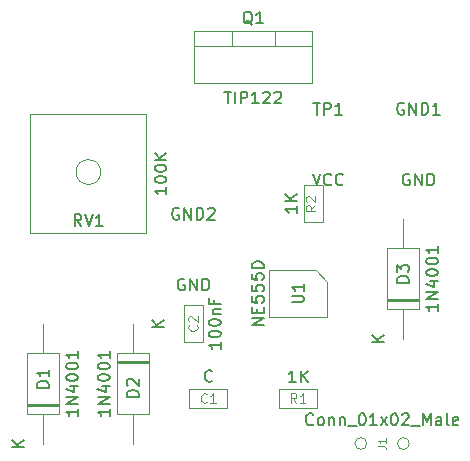
<source format=gbr>
%TF.GenerationSoftware,KiCad,Pcbnew,(5.1.9)-1*%
%TF.CreationDate,2021-03-24T11:57:43+05:30*%
%TF.ProjectId,dcmo,64636d6f-2e6b-4696-9361-645f70636258,rev?*%
%TF.SameCoordinates,Original*%
%TF.FileFunction,Other,Fab,Top*%
%FSLAX46Y46*%
G04 Gerber Fmt 4.6, Leading zero omitted, Abs format (unit mm)*
G04 Created by KiCad (PCBNEW (5.1.9)-1) date 2021-03-24 11:57:43*
%MOMM*%
%LPD*%
G01*
G04 APERTURE LIST*
%ADD10C,0.100000*%
%ADD11C,0.150000*%
%ADD12C,0.120000*%
G04 APERTURE END LIST*
D10*
%TO.C,U1*%
X143715000Y-97110000D02*
X144690000Y-98085000D01*
X139790000Y-97110000D02*
X143715000Y-97110000D01*
X139790000Y-101010000D02*
X139790000Y-97110000D01*
X144690000Y-101010000D02*
X139790000Y-101010000D01*
X144690000Y-98085000D02*
X144690000Y-101010000D01*
%TO.C,RV1*%
X125510000Y-88775000D02*
G75*
G03*
X125510000Y-88775000I-1050000J0D01*
G01*
X119560000Y-93900000D02*
X129360000Y-93900000D01*
X129360000Y-93900000D02*
X129360000Y-83900000D01*
X129360000Y-83900000D02*
X119560000Y-83900000D01*
X119560000Y-83900000D02*
X119560000Y-93900000D01*
%TO.C,R2*%
X142710000Y-89840000D02*
X144310000Y-89840000D01*
X144310000Y-89840000D02*
X144310000Y-93040000D01*
X144310000Y-93040000D02*
X142710000Y-93040000D01*
X142710000Y-93040000D02*
X142710000Y-89840000D01*
%TO.C,R1*%
X143840000Y-107150000D02*
X143840000Y-108750000D01*
X143840000Y-108750000D02*
X140640000Y-108750000D01*
X140640000Y-108750000D02*
X140640000Y-107150000D01*
X140640000Y-107150000D02*
X143840000Y-107150000D01*
%TO.C,Q1*%
X133430000Y-76860000D02*
X133430000Y-81260000D01*
X133430000Y-81260000D02*
X143430000Y-81260000D01*
X143430000Y-81260000D02*
X143430000Y-76860000D01*
X143430000Y-76860000D02*
X133430000Y-76860000D01*
X133430000Y-78130000D02*
X143430000Y-78130000D01*
X136580000Y-76860000D02*
X136580000Y-78130000D01*
X140280000Y-76860000D02*
X140280000Y-78130000D01*
%TO.C,J1*%
X151630000Y-111760000D02*
G75*
G03*
X151630000Y-111760000I-500000J0D01*
G01*
X148030000Y-111760000D02*
G75*
G03*
X148030000Y-111760000I-500000J0D01*
G01*
%TO.C,D3*%
X149780000Y-100390000D02*
X152480000Y-100390000D01*
X152480000Y-100390000D02*
X152480000Y-95190000D01*
X152480000Y-95190000D02*
X149780000Y-95190000D01*
X149780000Y-95190000D02*
X149780000Y-100390000D01*
X151130000Y-102870000D02*
X151130000Y-100390000D01*
X151130000Y-92710000D02*
X151130000Y-95190000D01*
X149780000Y-99610000D02*
X152480000Y-99610000D01*
X149780000Y-99510000D02*
X152480000Y-99510000D01*
X149780000Y-99710000D02*
X152480000Y-99710000D01*
%TO.C,D2*%
X129620000Y-104080000D02*
X126920000Y-104080000D01*
X126920000Y-104080000D02*
X126920000Y-109280000D01*
X126920000Y-109280000D02*
X129620000Y-109280000D01*
X129620000Y-109280000D02*
X129620000Y-104080000D01*
X128270000Y-101600000D02*
X128270000Y-104080000D01*
X128270000Y-111760000D02*
X128270000Y-109280000D01*
X129620000Y-104860000D02*
X126920000Y-104860000D01*
X129620000Y-104960000D02*
X126920000Y-104960000D01*
X129620000Y-104760000D02*
X126920000Y-104760000D01*
%TO.C,D1*%
X119300000Y-109280000D02*
X122000000Y-109280000D01*
X122000000Y-109280000D02*
X122000000Y-104080000D01*
X122000000Y-104080000D02*
X119300000Y-104080000D01*
X119300000Y-104080000D02*
X119300000Y-109280000D01*
X120650000Y-111760000D02*
X120650000Y-109280000D01*
X120650000Y-101600000D02*
X120650000Y-104080000D01*
X119300000Y-108500000D02*
X122000000Y-108500000D01*
X119300000Y-108400000D02*
X122000000Y-108400000D01*
X119300000Y-108600000D02*
X122000000Y-108600000D01*
%TO.C,C2*%
X134150000Y-103200000D02*
X132550000Y-103200000D01*
X132550000Y-103200000D02*
X132550000Y-100000000D01*
X132550000Y-100000000D02*
X134150000Y-100000000D01*
X134150000Y-100000000D02*
X134150000Y-103200000D01*
%TO.C,C1*%
X136220000Y-107150000D02*
X136220000Y-108750000D01*
X136220000Y-108750000D02*
X133020000Y-108750000D01*
X133020000Y-108750000D02*
X133020000Y-107150000D01*
X133020000Y-107150000D02*
X136220000Y-107150000D01*
%TD*%
%TO.C,U1*%
D11*
X139292380Y-101726666D02*
X138292380Y-101726666D01*
X139292380Y-101155238D01*
X138292380Y-101155238D01*
X138768571Y-100679047D02*
X138768571Y-100345714D01*
X139292380Y-100202857D02*
X139292380Y-100679047D01*
X138292380Y-100679047D01*
X138292380Y-100202857D01*
X138292380Y-99298095D02*
X138292380Y-99774285D01*
X138768571Y-99821904D01*
X138720952Y-99774285D01*
X138673333Y-99679047D01*
X138673333Y-99440952D01*
X138720952Y-99345714D01*
X138768571Y-99298095D01*
X138863809Y-99250476D01*
X139101904Y-99250476D01*
X139197142Y-99298095D01*
X139244761Y-99345714D01*
X139292380Y-99440952D01*
X139292380Y-99679047D01*
X139244761Y-99774285D01*
X139197142Y-99821904D01*
X138292380Y-98345714D02*
X138292380Y-98821904D01*
X138768571Y-98869523D01*
X138720952Y-98821904D01*
X138673333Y-98726666D01*
X138673333Y-98488571D01*
X138720952Y-98393333D01*
X138768571Y-98345714D01*
X138863809Y-98298095D01*
X139101904Y-98298095D01*
X139197142Y-98345714D01*
X139244761Y-98393333D01*
X139292380Y-98488571D01*
X139292380Y-98726666D01*
X139244761Y-98821904D01*
X139197142Y-98869523D01*
X138292380Y-97393333D02*
X138292380Y-97869523D01*
X138768571Y-97917142D01*
X138720952Y-97869523D01*
X138673333Y-97774285D01*
X138673333Y-97536190D01*
X138720952Y-97440952D01*
X138768571Y-97393333D01*
X138863809Y-97345714D01*
X139101904Y-97345714D01*
X139197142Y-97393333D01*
X139244761Y-97440952D01*
X139292380Y-97536190D01*
X139292380Y-97774285D01*
X139244761Y-97869523D01*
X139197142Y-97917142D01*
X139292380Y-96917142D02*
X138292380Y-96917142D01*
X138292380Y-96679047D01*
X138340000Y-96536190D01*
X138435238Y-96440952D01*
X138530476Y-96393333D01*
X138720952Y-96345714D01*
X138863809Y-96345714D01*
X139054285Y-96393333D01*
X139149523Y-96440952D01*
X139244761Y-96536190D01*
X139292380Y-96679047D01*
X139292380Y-96917142D01*
X141703333Y-99806666D02*
X142496666Y-99806666D01*
X142590000Y-99760000D01*
X142636666Y-99713333D01*
X142683333Y-99620000D01*
X142683333Y-99433333D01*
X142636666Y-99340000D01*
X142590000Y-99293333D01*
X142496666Y-99246666D01*
X141703333Y-99246666D01*
X142683333Y-98266666D02*
X142683333Y-98826666D01*
X142683333Y-98546666D02*
X141703333Y-98546666D01*
X141843333Y-98640000D01*
X141936666Y-98733333D01*
X141983333Y-98826666D01*
%TO.C,TP1*%
X143446666Y-88912380D02*
X143780000Y-89912380D01*
X144113333Y-88912380D01*
X145018095Y-89817142D02*
X144970476Y-89864761D01*
X144827619Y-89912380D01*
X144732380Y-89912380D01*
X144589523Y-89864761D01*
X144494285Y-89769523D01*
X144446666Y-89674285D01*
X144399047Y-89483809D01*
X144399047Y-89340952D01*
X144446666Y-89150476D01*
X144494285Y-89055238D01*
X144589523Y-88960000D01*
X144732380Y-88912380D01*
X144827619Y-88912380D01*
X144970476Y-88960000D01*
X145018095Y-89007619D01*
X146018095Y-89817142D02*
X145970476Y-89864761D01*
X145827619Y-89912380D01*
X145732380Y-89912380D01*
X145589523Y-89864761D01*
X145494285Y-89769523D01*
X145446666Y-89674285D01*
X145399047Y-89483809D01*
X145399047Y-89340952D01*
X145446666Y-89150476D01*
X145494285Y-89055238D01*
X145589523Y-88960000D01*
X145732380Y-88912380D01*
X145827619Y-88912380D01*
X145970476Y-88960000D01*
X146018095Y-89007619D01*
X143518095Y-82912380D02*
X144089523Y-82912380D01*
X143803809Y-83912380D02*
X143803809Y-82912380D01*
X144422857Y-83912380D02*
X144422857Y-82912380D01*
X144803809Y-82912380D01*
X144899047Y-82960000D01*
X144946666Y-83007619D01*
X144994285Y-83102857D01*
X144994285Y-83245714D01*
X144946666Y-83340952D01*
X144899047Y-83388571D01*
X144803809Y-83436190D01*
X144422857Y-83436190D01*
X145946666Y-83912380D02*
X145375238Y-83912380D01*
X145660952Y-83912380D02*
X145660952Y-82912380D01*
X145565714Y-83055238D01*
X145470476Y-83150476D01*
X145375238Y-83198095D01*
%TO.C,RV1*%
X131062380Y-90066666D02*
X131062380Y-90638095D01*
X131062380Y-90352380D02*
X130062380Y-90352380D01*
X130205238Y-90447619D01*
X130300476Y-90542857D01*
X130348095Y-90638095D01*
X130062380Y-89447619D02*
X130062380Y-89352380D01*
X130110000Y-89257142D01*
X130157619Y-89209523D01*
X130252857Y-89161904D01*
X130443333Y-89114285D01*
X130681428Y-89114285D01*
X130871904Y-89161904D01*
X130967142Y-89209523D01*
X131014761Y-89257142D01*
X131062380Y-89352380D01*
X131062380Y-89447619D01*
X131014761Y-89542857D01*
X130967142Y-89590476D01*
X130871904Y-89638095D01*
X130681428Y-89685714D01*
X130443333Y-89685714D01*
X130252857Y-89638095D01*
X130157619Y-89590476D01*
X130110000Y-89542857D01*
X130062380Y-89447619D01*
X130062380Y-88495238D02*
X130062380Y-88400000D01*
X130110000Y-88304761D01*
X130157619Y-88257142D01*
X130252857Y-88209523D01*
X130443333Y-88161904D01*
X130681428Y-88161904D01*
X130871904Y-88209523D01*
X130967142Y-88257142D01*
X131014761Y-88304761D01*
X131062380Y-88400000D01*
X131062380Y-88495238D01*
X131014761Y-88590476D01*
X130967142Y-88638095D01*
X130871904Y-88685714D01*
X130681428Y-88733333D01*
X130443333Y-88733333D01*
X130252857Y-88685714D01*
X130157619Y-88638095D01*
X130110000Y-88590476D01*
X130062380Y-88495238D01*
X131062380Y-87733333D02*
X130062380Y-87733333D01*
X131062380Y-87161904D02*
X130490952Y-87590476D01*
X130062380Y-87161904D02*
X130633809Y-87733333D01*
X123864761Y-93352380D02*
X123531428Y-92876190D01*
X123293333Y-93352380D02*
X123293333Y-92352380D01*
X123674285Y-92352380D01*
X123769523Y-92400000D01*
X123817142Y-92447619D01*
X123864761Y-92542857D01*
X123864761Y-92685714D01*
X123817142Y-92780952D01*
X123769523Y-92828571D01*
X123674285Y-92876190D01*
X123293333Y-92876190D01*
X124150476Y-92352380D02*
X124483809Y-93352380D01*
X124817142Y-92352380D01*
X125674285Y-93352380D02*
X125102857Y-93352380D01*
X125388571Y-93352380D02*
X125388571Y-92352380D01*
X125293333Y-92495238D01*
X125198095Y-92590476D01*
X125102857Y-92638095D01*
%TO.C,R2*%
X142142380Y-91654285D02*
X142142380Y-92225714D01*
X142142380Y-91940000D02*
X141142380Y-91940000D01*
X141285238Y-92035238D01*
X141380476Y-92130476D01*
X141428095Y-92225714D01*
X142142380Y-91225714D02*
X141142380Y-91225714D01*
X142142380Y-90654285D02*
X141570952Y-91082857D01*
X141142380Y-90654285D02*
X141713809Y-91225714D01*
D12*
X143671904Y-91603333D02*
X143290952Y-91870000D01*
X143671904Y-92060476D02*
X142871904Y-92060476D01*
X142871904Y-91755714D01*
X142910000Y-91679523D01*
X142948095Y-91641428D01*
X143024285Y-91603333D01*
X143138571Y-91603333D01*
X143214761Y-91641428D01*
X143252857Y-91679523D01*
X143290952Y-91755714D01*
X143290952Y-92060476D01*
X142948095Y-91298571D02*
X142910000Y-91260476D01*
X142871904Y-91184285D01*
X142871904Y-90993809D01*
X142910000Y-90917619D01*
X142948095Y-90879523D01*
X143024285Y-90841428D01*
X143100476Y-90841428D01*
X143214761Y-90879523D01*
X143671904Y-91336666D01*
X143671904Y-90841428D01*
%TO.C,R1*%
D11*
X142025714Y-106582380D02*
X141454285Y-106582380D01*
X141740000Y-106582380D02*
X141740000Y-105582380D01*
X141644761Y-105725238D01*
X141549523Y-105820476D01*
X141454285Y-105868095D01*
X142454285Y-106582380D02*
X142454285Y-105582380D01*
X143025714Y-106582380D02*
X142597142Y-106010952D01*
X143025714Y-105582380D02*
X142454285Y-106153809D01*
D12*
X142076666Y-108311904D02*
X141810000Y-107930952D01*
X141619523Y-108311904D02*
X141619523Y-107511904D01*
X141924285Y-107511904D01*
X142000476Y-107550000D01*
X142038571Y-107588095D01*
X142076666Y-107664285D01*
X142076666Y-107778571D01*
X142038571Y-107854761D01*
X142000476Y-107892857D01*
X141924285Y-107930952D01*
X141619523Y-107930952D01*
X142838571Y-108311904D02*
X142381428Y-108311904D01*
X142610000Y-108311904D02*
X142610000Y-107511904D01*
X142533809Y-107626190D01*
X142457619Y-107702380D01*
X142381428Y-107740476D01*
%TO.C,Q1*%
D11*
X135977619Y-81962380D02*
X136549047Y-81962380D01*
X136263333Y-82962380D02*
X136263333Y-81962380D01*
X136882380Y-82962380D02*
X136882380Y-81962380D01*
X137358571Y-82962380D02*
X137358571Y-81962380D01*
X137739523Y-81962380D01*
X137834761Y-82010000D01*
X137882380Y-82057619D01*
X137930000Y-82152857D01*
X137930000Y-82295714D01*
X137882380Y-82390952D01*
X137834761Y-82438571D01*
X137739523Y-82486190D01*
X137358571Y-82486190D01*
X138882380Y-82962380D02*
X138310952Y-82962380D01*
X138596666Y-82962380D02*
X138596666Y-81962380D01*
X138501428Y-82105238D01*
X138406190Y-82200476D01*
X138310952Y-82248095D01*
X139263333Y-82057619D02*
X139310952Y-82010000D01*
X139406190Y-81962380D01*
X139644285Y-81962380D01*
X139739523Y-82010000D01*
X139787142Y-82057619D01*
X139834761Y-82152857D01*
X139834761Y-82248095D01*
X139787142Y-82390952D01*
X139215714Y-82962380D01*
X139834761Y-82962380D01*
X140215714Y-82057619D02*
X140263333Y-82010000D01*
X140358571Y-81962380D01*
X140596666Y-81962380D01*
X140691904Y-82010000D01*
X140739523Y-82057619D01*
X140787142Y-82152857D01*
X140787142Y-82248095D01*
X140739523Y-82390952D01*
X140168095Y-82962380D01*
X140787142Y-82962380D01*
X138334761Y-76287619D02*
X138239523Y-76240000D01*
X138144285Y-76144761D01*
X138001428Y-76001904D01*
X137906190Y-75954285D01*
X137810952Y-75954285D01*
X137858571Y-76192380D02*
X137763333Y-76144761D01*
X137668095Y-76049523D01*
X137620476Y-75859047D01*
X137620476Y-75525714D01*
X137668095Y-75335238D01*
X137763333Y-75240000D01*
X137858571Y-75192380D01*
X138049047Y-75192380D01*
X138144285Y-75240000D01*
X138239523Y-75335238D01*
X138287142Y-75525714D01*
X138287142Y-75859047D01*
X138239523Y-76049523D01*
X138144285Y-76144761D01*
X138049047Y-76192380D01*
X137858571Y-76192380D01*
X139239523Y-76192380D02*
X138668095Y-76192380D01*
X138953809Y-76192380D02*
X138953809Y-75192380D01*
X138858571Y-75335238D01*
X138763333Y-75430476D01*
X138668095Y-75478095D01*
%TO.C,J1*%
X143496666Y-110117142D02*
X143449047Y-110164761D01*
X143306190Y-110212380D01*
X143210952Y-110212380D01*
X143068095Y-110164761D01*
X142972857Y-110069523D01*
X142925238Y-109974285D01*
X142877619Y-109783809D01*
X142877619Y-109640952D01*
X142925238Y-109450476D01*
X142972857Y-109355238D01*
X143068095Y-109260000D01*
X143210952Y-109212380D01*
X143306190Y-109212380D01*
X143449047Y-109260000D01*
X143496666Y-109307619D01*
X144068095Y-110212380D02*
X143972857Y-110164761D01*
X143925238Y-110117142D01*
X143877619Y-110021904D01*
X143877619Y-109736190D01*
X143925238Y-109640952D01*
X143972857Y-109593333D01*
X144068095Y-109545714D01*
X144210952Y-109545714D01*
X144306190Y-109593333D01*
X144353809Y-109640952D01*
X144401428Y-109736190D01*
X144401428Y-110021904D01*
X144353809Y-110117142D01*
X144306190Y-110164761D01*
X144210952Y-110212380D01*
X144068095Y-110212380D01*
X144830000Y-109545714D02*
X144830000Y-110212380D01*
X144830000Y-109640952D02*
X144877619Y-109593333D01*
X144972857Y-109545714D01*
X145115714Y-109545714D01*
X145210952Y-109593333D01*
X145258571Y-109688571D01*
X145258571Y-110212380D01*
X145734761Y-109545714D02*
X145734761Y-110212380D01*
X145734761Y-109640952D02*
X145782380Y-109593333D01*
X145877619Y-109545714D01*
X146020476Y-109545714D01*
X146115714Y-109593333D01*
X146163333Y-109688571D01*
X146163333Y-110212380D01*
X146401428Y-110307619D02*
X147163333Y-110307619D01*
X147591904Y-109212380D02*
X147687142Y-109212380D01*
X147782380Y-109260000D01*
X147830000Y-109307619D01*
X147877619Y-109402857D01*
X147925238Y-109593333D01*
X147925238Y-109831428D01*
X147877619Y-110021904D01*
X147830000Y-110117142D01*
X147782380Y-110164761D01*
X147687142Y-110212380D01*
X147591904Y-110212380D01*
X147496666Y-110164761D01*
X147449047Y-110117142D01*
X147401428Y-110021904D01*
X147353809Y-109831428D01*
X147353809Y-109593333D01*
X147401428Y-109402857D01*
X147449047Y-109307619D01*
X147496666Y-109260000D01*
X147591904Y-109212380D01*
X148877619Y-110212380D02*
X148306190Y-110212380D01*
X148591904Y-110212380D02*
X148591904Y-109212380D01*
X148496666Y-109355238D01*
X148401428Y-109450476D01*
X148306190Y-109498095D01*
X149210952Y-110212380D02*
X149734761Y-109545714D01*
X149210952Y-109545714D02*
X149734761Y-110212380D01*
X150306190Y-109212380D02*
X150401428Y-109212380D01*
X150496666Y-109260000D01*
X150544285Y-109307619D01*
X150591904Y-109402857D01*
X150639523Y-109593333D01*
X150639523Y-109831428D01*
X150591904Y-110021904D01*
X150544285Y-110117142D01*
X150496666Y-110164761D01*
X150401428Y-110212380D01*
X150306190Y-110212380D01*
X150210952Y-110164761D01*
X150163333Y-110117142D01*
X150115714Y-110021904D01*
X150068095Y-109831428D01*
X150068095Y-109593333D01*
X150115714Y-109402857D01*
X150163333Y-109307619D01*
X150210952Y-109260000D01*
X150306190Y-109212380D01*
X151020476Y-109307619D02*
X151068095Y-109260000D01*
X151163333Y-109212380D01*
X151401428Y-109212380D01*
X151496666Y-109260000D01*
X151544285Y-109307619D01*
X151591904Y-109402857D01*
X151591904Y-109498095D01*
X151544285Y-109640952D01*
X150972857Y-110212380D01*
X151591904Y-110212380D01*
X151782380Y-110307619D02*
X152544285Y-110307619D01*
X152782380Y-110212380D02*
X152782380Y-109212380D01*
X153115714Y-109926666D01*
X153449047Y-109212380D01*
X153449047Y-110212380D01*
X154353809Y-110212380D02*
X154353809Y-109688571D01*
X154306190Y-109593333D01*
X154210952Y-109545714D01*
X154020476Y-109545714D01*
X153925238Y-109593333D01*
X154353809Y-110164761D02*
X154258571Y-110212380D01*
X154020476Y-110212380D01*
X153925238Y-110164761D01*
X153877619Y-110069523D01*
X153877619Y-109974285D01*
X153925238Y-109879047D01*
X154020476Y-109831428D01*
X154258571Y-109831428D01*
X154353809Y-109783809D01*
X154972857Y-110212380D02*
X154877619Y-110164761D01*
X154830000Y-110069523D01*
X154830000Y-109212380D01*
X155734761Y-110164761D02*
X155639523Y-110212380D01*
X155449047Y-110212380D01*
X155353809Y-110164761D01*
X155306190Y-110069523D01*
X155306190Y-109688571D01*
X155353809Y-109593333D01*
X155449047Y-109545714D01*
X155639523Y-109545714D01*
X155734761Y-109593333D01*
X155782380Y-109688571D01*
X155782380Y-109783809D01*
X155306190Y-109879047D01*
D10*
X148974047Y-111976666D02*
X149438333Y-111976666D01*
X149531190Y-112007619D01*
X149593095Y-112069523D01*
X149624047Y-112162380D01*
X149624047Y-112224285D01*
X149624047Y-111326666D02*
X149624047Y-111698095D01*
X149624047Y-111512380D02*
X148974047Y-111512380D01*
X149066904Y-111574285D01*
X149128809Y-111636190D01*
X149159761Y-111698095D01*
%TO.C,GND2*%
D11*
X132588095Y-97850000D02*
X132492857Y-97802380D01*
X132350000Y-97802380D01*
X132207142Y-97850000D01*
X132111904Y-97945238D01*
X132064285Y-98040476D01*
X132016666Y-98230952D01*
X132016666Y-98373809D01*
X132064285Y-98564285D01*
X132111904Y-98659523D01*
X132207142Y-98754761D01*
X132350000Y-98802380D01*
X132445238Y-98802380D01*
X132588095Y-98754761D01*
X132635714Y-98707142D01*
X132635714Y-98373809D01*
X132445238Y-98373809D01*
X133064285Y-98802380D02*
X133064285Y-97802380D01*
X133635714Y-98802380D01*
X133635714Y-97802380D01*
X134111904Y-98802380D02*
X134111904Y-97802380D01*
X134350000Y-97802380D01*
X134492857Y-97850000D01*
X134588095Y-97945238D01*
X134635714Y-98040476D01*
X134683333Y-98230952D01*
X134683333Y-98373809D01*
X134635714Y-98564285D01*
X134588095Y-98659523D01*
X134492857Y-98754761D01*
X134350000Y-98802380D01*
X134111904Y-98802380D01*
X132111904Y-91850000D02*
X132016666Y-91802380D01*
X131873809Y-91802380D01*
X131730952Y-91850000D01*
X131635714Y-91945238D01*
X131588095Y-92040476D01*
X131540476Y-92230952D01*
X131540476Y-92373809D01*
X131588095Y-92564285D01*
X131635714Y-92659523D01*
X131730952Y-92754761D01*
X131873809Y-92802380D01*
X131969047Y-92802380D01*
X132111904Y-92754761D01*
X132159523Y-92707142D01*
X132159523Y-92373809D01*
X131969047Y-92373809D01*
X132588095Y-92802380D02*
X132588095Y-91802380D01*
X133159523Y-92802380D01*
X133159523Y-91802380D01*
X133635714Y-92802380D02*
X133635714Y-91802380D01*
X133873809Y-91802380D01*
X134016666Y-91850000D01*
X134111904Y-91945238D01*
X134159523Y-92040476D01*
X134207142Y-92230952D01*
X134207142Y-92373809D01*
X134159523Y-92564285D01*
X134111904Y-92659523D01*
X134016666Y-92754761D01*
X133873809Y-92802380D01*
X133635714Y-92802380D01*
X134588095Y-91897619D02*
X134635714Y-91850000D01*
X134730952Y-91802380D01*
X134969047Y-91802380D01*
X135064285Y-91850000D01*
X135111904Y-91897619D01*
X135159523Y-91992857D01*
X135159523Y-92088095D01*
X135111904Y-92230952D01*
X134540476Y-92802380D01*
X135159523Y-92802380D01*
%TO.C,GND1*%
X151638095Y-88960000D02*
X151542857Y-88912380D01*
X151400000Y-88912380D01*
X151257142Y-88960000D01*
X151161904Y-89055238D01*
X151114285Y-89150476D01*
X151066666Y-89340952D01*
X151066666Y-89483809D01*
X151114285Y-89674285D01*
X151161904Y-89769523D01*
X151257142Y-89864761D01*
X151400000Y-89912380D01*
X151495238Y-89912380D01*
X151638095Y-89864761D01*
X151685714Y-89817142D01*
X151685714Y-89483809D01*
X151495238Y-89483809D01*
X152114285Y-89912380D02*
X152114285Y-88912380D01*
X152685714Y-89912380D01*
X152685714Y-88912380D01*
X153161904Y-89912380D02*
X153161904Y-88912380D01*
X153400000Y-88912380D01*
X153542857Y-88960000D01*
X153638095Y-89055238D01*
X153685714Y-89150476D01*
X153733333Y-89340952D01*
X153733333Y-89483809D01*
X153685714Y-89674285D01*
X153638095Y-89769523D01*
X153542857Y-89864761D01*
X153400000Y-89912380D01*
X153161904Y-89912380D01*
X151161904Y-82960000D02*
X151066666Y-82912380D01*
X150923809Y-82912380D01*
X150780952Y-82960000D01*
X150685714Y-83055238D01*
X150638095Y-83150476D01*
X150590476Y-83340952D01*
X150590476Y-83483809D01*
X150638095Y-83674285D01*
X150685714Y-83769523D01*
X150780952Y-83864761D01*
X150923809Y-83912380D01*
X151019047Y-83912380D01*
X151161904Y-83864761D01*
X151209523Y-83817142D01*
X151209523Y-83483809D01*
X151019047Y-83483809D01*
X151638095Y-83912380D02*
X151638095Y-82912380D01*
X152209523Y-83912380D01*
X152209523Y-82912380D01*
X152685714Y-83912380D02*
X152685714Y-82912380D01*
X152923809Y-82912380D01*
X153066666Y-82960000D01*
X153161904Y-83055238D01*
X153209523Y-83150476D01*
X153257142Y-83340952D01*
X153257142Y-83483809D01*
X153209523Y-83674285D01*
X153161904Y-83769523D01*
X153066666Y-83864761D01*
X152923809Y-83912380D01*
X152685714Y-83912380D01*
X154209523Y-83912380D02*
X153638095Y-83912380D01*
X153923809Y-83912380D02*
X153923809Y-82912380D01*
X153828571Y-83055238D01*
X153733333Y-83150476D01*
X153638095Y-83198095D01*
%TO.C,D3*%
X154052380Y-99932857D02*
X154052380Y-100504285D01*
X154052380Y-100218571D02*
X153052380Y-100218571D01*
X153195238Y-100313809D01*
X153290476Y-100409047D01*
X153338095Y-100504285D01*
X154052380Y-99504285D02*
X153052380Y-99504285D01*
X154052380Y-98932857D01*
X153052380Y-98932857D01*
X153385714Y-98028095D02*
X154052380Y-98028095D01*
X153004761Y-98266190D02*
X153719047Y-98504285D01*
X153719047Y-97885238D01*
X153052380Y-97313809D02*
X153052380Y-97218571D01*
X153100000Y-97123333D01*
X153147619Y-97075714D01*
X153242857Y-97028095D01*
X153433333Y-96980476D01*
X153671428Y-96980476D01*
X153861904Y-97028095D01*
X153957142Y-97075714D01*
X154004761Y-97123333D01*
X154052380Y-97218571D01*
X154052380Y-97313809D01*
X154004761Y-97409047D01*
X153957142Y-97456666D01*
X153861904Y-97504285D01*
X153671428Y-97551904D01*
X153433333Y-97551904D01*
X153242857Y-97504285D01*
X153147619Y-97456666D01*
X153100000Y-97409047D01*
X153052380Y-97313809D01*
X153052380Y-96361428D02*
X153052380Y-96266190D01*
X153100000Y-96170952D01*
X153147619Y-96123333D01*
X153242857Y-96075714D01*
X153433333Y-96028095D01*
X153671428Y-96028095D01*
X153861904Y-96075714D01*
X153957142Y-96123333D01*
X154004761Y-96170952D01*
X154052380Y-96266190D01*
X154052380Y-96361428D01*
X154004761Y-96456666D01*
X153957142Y-96504285D01*
X153861904Y-96551904D01*
X153671428Y-96599523D01*
X153433333Y-96599523D01*
X153242857Y-96551904D01*
X153147619Y-96504285D01*
X153100000Y-96456666D01*
X153052380Y-96361428D01*
X154052380Y-95075714D02*
X154052380Y-95647142D01*
X154052380Y-95361428D02*
X153052380Y-95361428D01*
X153195238Y-95456666D01*
X153290476Y-95551904D01*
X153338095Y-95647142D01*
X149482380Y-103131904D02*
X148482380Y-103131904D01*
X149482380Y-102560476D02*
X148910952Y-102989047D01*
X148482380Y-102560476D02*
X149053809Y-103131904D01*
X151582380Y-98138095D02*
X150582380Y-98138095D01*
X150582380Y-97900000D01*
X150630000Y-97757142D01*
X150725238Y-97661904D01*
X150820476Y-97614285D01*
X151010952Y-97566666D01*
X151153809Y-97566666D01*
X151344285Y-97614285D01*
X151439523Y-97661904D01*
X151534761Y-97757142D01*
X151582380Y-97900000D01*
X151582380Y-98138095D01*
X150582380Y-97233333D02*
X150582380Y-96614285D01*
X150963333Y-96947619D01*
X150963333Y-96804761D01*
X151010952Y-96709523D01*
X151058571Y-96661904D01*
X151153809Y-96614285D01*
X151391904Y-96614285D01*
X151487142Y-96661904D01*
X151534761Y-96709523D01*
X151582380Y-96804761D01*
X151582380Y-97090476D01*
X151534761Y-97185714D01*
X151487142Y-97233333D01*
%TO.C,D2*%
X126252380Y-108822857D02*
X126252380Y-109394285D01*
X126252380Y-109108571D02*
X125252380Y-109108571D01*
X125395238Y-109203809D01*
X125490476Y-109299047D01*
X125538095Y-109394285D01*
X126252380Y-108394285D02*
X125252380Y-108394285D01*
X126252380Y-107822857D01*
X125252380Y-107822857D01*
X125585714Y-106918095D02*
X126252380Y-106918095D01*
X125204761Y-107156190D02*
X125919047Y-107394285D01*
X125919047Y-106775238D01*
X125252380Y-106203809D02*
X125252380Y-106108571D01*
X125300000Y-106013333D01*
X125347619Y-105965714D01*
X125442857Y-105918095D01*
X125633333Y-105870476D01*
X125871428Y-105870476D01*
X126061904Y-105918095D01*
X126157142Y-105965714D01*
X126204761Y-106013333D01*
X126252380Y-106108571D01*
X126252380Y-106203809D01*
X126204761Y-106299047D01*
X126157142Y-106346666D01*
X126061904Y-106394285D01*
X125871428Y-106441904D01*
X125633333Y-106441904D01*
X125442857Y-106394285D01*
X125347619Y-106346666D01*
X125300000Y-106299047D01*
X125252380Y-106203809D01*
X125252380Y-105251428D02*
X125252380Y-105156190D01*
X125300000Y-105060952D01*
X125347619Y-105013333D01*
X125442857Y-104965714D01*
X125633333Y-104918095D01*
X125871428Y-104918095D01*
X126061904Y-104965714D01*
X126157142Y-105013333D01*
X126204761Y-105060952D01*
X126252380Y-105156190D01*
X126252380Y-105251428D01*
X126204761Y-105346666D01*
X126157142Y-105394285D01*
X126061904Y-105441904D01*
X125871428Y-105489523D01*
X125633333Y-105489523D01*
X125442857Y-105441904D01*
X125347619Y-105394285D01*
X125300000Y-105346666D01*
X125252380Y-105251428D01*
X126252380Y-103965714D02*
X126252380Y-104537142D01*
X126252380Y-104251428D02*
X125252380Y-104251428D01*
X125395238Y-104346666D01*
X125490476Y-104441904D01*
X125538095Y-104537142D01*
X130822380Y-101861904D02*
X129822380Y-101861904D01*
X130822380Y-101290476D02*
X130250952Y-101719047D01*
X129822380Y-101290476D02*
X130393809Y-101861904D01*
X128722380Y-107808095D02*
X127722380Y-107808095D01*
X127722380Y-107570000D01*
X127770000Y-107427142D01*
X127865238Y-107331904D01*
X127960476Y-107284285D01*
X128150952Y-107236666D01*
X128293809Y-107236666D01*
X128484285Y-107284285D01*
X128579523Y-107331904D01*
X128674761Y-107427142D01*
X128722380Y-107570000D01*
X128722380Y-107808095D01*
X127817619Y-106855714D02*
X127770000Y-106808095D01*
X127722380Y-106712857D01*
X127722380Y-106474761D01*
X127770000Y-106379523D01*
X127817619Y-106331904D01*
X127912857Y-106284285D01*
X128008095Y-106284285D01*
X128150952Y-106331904D01*
X128722380Y-106903333D01*
X128722380Y-106284285D01*
%TO.C,D1*%
X123572380Y-108822857D02*
X123572380Y-109394285D01*
X123572380Y-109108571D02*
X122572380Y-109108571D01*
X122715238Y-109203809D01*
X122810476Y-109299047D01*
X122858095Y-109394285D01*
X123572380Y-108394285D02*
X122572380Y-108394285D01*
X123572380Y-107822857D01*
X122572380Y-107822857D01*
X122905714Y-106918095D02*
X123572380Y-106918095D01*
X122524761Y-107156190D02*
X123239047Y-107394285D01*
X123239047Y-106775238D01*
X122572380Y-106203809D02*
X122572380Y-106108571D01*
X122620000Y-106013333D01*
X122667619Y-105965714D01*
X122762857Y-105918095D01*
X122953333Y-105870476D01*
X123191428Y-105870476D01*
X123381904Y-105918095D01*
X123477142Y-105965714D01*
X123524761Y-106013333D01*
X123572380Y-106108571D01*
X123572380Y-106203809D01*
X123524761Y-106299047D01*
X123477142Y-106346666D01*
X123381904Y-106394285D01*
X123191428Y-106441904D01*
X122953333Y-106441904D01*
X122762857Y-106394285D01*
X122667619Y-106346666D01*
X122620000Y-106299047D01*
X122572380Y-106203809D01*
X122572380Y-105251428D02*
X122572380Y-105156190D01*
X122620000Y-105060952D01*
X122667619Y-105013333D01*
X122762857Y-104965714D01*
X122953333Y-104918095D01*
X123191428Y-104918095D01*
X123381904Y-104965714D01*
X123477142Y-105013333D01*
X123524761Y-105060952D01*
X123572380Y-105156190D01*
X123572380Y-105251428D01*
X123524761Y-105346666D01*
X123477142Y-105394285D01*
X123381904Y-105441904D01*
X123191428Y-105489523D01*
X122953333Y-105489523D01*
X122762857Y-105441904D01*
X122667619Y-105394285D01*
X122620000Y-105346666D01*
X122572380Y-105251428D01*
X123572380Y-103965714D02*
X123572380Y-104537142D01*
X123572380Y-104251428D02*
X122572380Y-104251428D01*
X122715238Y-104346666D01*
X122810476Y-104441904D01*
X122858095Y-104537142D01*
X119002380Y-112021904D02*
X118002380Y-112021904D01*
X119002380Y-111450476D02*
X118430952Y-111879047D01*
X118002380Y-111450476D02*
X118573809Y-112021904D01*
X121102380Y-107028095D02*
X120102380Y-107028095D01*
X120102380Y-106790000D01*
X120150000Y-106647142D01*
X120245238Y-106551904D01*
X120340476Y-106504285D01*
X120530952Y-106456666D01*
X120673809Y-106456666D01*
X120864285Y-106504285D01*
X120959523Y-106551904D01*
X121054761Y-106647142D01*
X121102380Y-106790000D01*
X121102380Y-107028095D01*
X121102380Y-105504285D02*
X121102380Y-106075714D01*
X121102380Y-105790000D02*
X120102380Y-105790000D01*
X120245238Y-105885238D01*
X120340476Y-105980476D01*
X120388095Y-106075714D01*
%TO.C,C2*%
X135652380Y-103147619D02*
X135652380Y-103719047D01*
X135652380Y-103433333D02*
X134652380Y-103433333D01*
X134795238Y-103528571D01*
X134890476Y-103623809D01*
X134938095Y-103719047D01*
X134652380Y-102528571D02*
X134652380Y-102433333D01*
X134700000Y-102338095D01*
X134747619Y-102290476D01*
X134842857Y-102242857D01*
X135033333Y-102195238D01*
X135271428Y-102195238D01*
X135461904Y-102242857D01*
X135557142Y-102290476D01*
X135604761Y-102338095D01*
X135652380Y-102433333D01*
X135652380Y-102528571D01*
X135604761Y-102623809D01*
X135557142Y-102671428D01*
X135461904Y-102719047D01*
X135271428Y-102766666D01*
X135033333Y-102766666D01*
X134842857Y-102719047D01*
X134747619Y-102671428D01*
X134700000Y-102623809D01*
X134652380Y-102528571D01*
X134652380Y-101576190D02*
X134652380Y-101480952D01*
X134700000Y-101385714D01*
X134747619Y-101338095D01*
X134842857Y-101290476D01*
X135033333Y-101242857D01*
X135271428Y-101242857D01*
X135461904Y-101290476D01*
X135557142Y-101338095D01*
X135604761Y-101385714D01*
X135652380Y-101480952D01*
X135652380Y-101576190D01*
X135604761Y-101671428D01*
X135557142Y-101719047D01*
X135461904Y-101766666D01*
X135271428Y-101814285D01*
X135033333Y-101814285D01*
X134842857Y-101766666D01*
X134747619Y-101719047D01*
X134700000Y-101671428D01*
X134652380Y-101576190D01*
X134985714Y-100814285D02*
X135652380Y-100814285D01*
X135080952Y-100814285D02*
X135033333Y-100766666D01*
X134985714Y-100671428D01*
X134985714Y-100528571D01*
X135033333Y-100433333D01*
X135128571Y-100385714D01*
X135652380Y-100385714D01*
X135128571Y-99576190D02*
X135128571Y-99909523D01*
X135652380Y-99909523D02*
X134652380Y-99909523D01*
X134652380Y-99433333D01*
D12*
X133635714Y-101733333D02*
X133673809Y-101771428D01*
X133711904Y-101885714D01*
X133711904Y-101961904D01*
X133673809Y-102076190D01*
X133597619Y-102152380D01*
X133521428Y-102190476D01*
X133369047Y-102228571D01*
X133254761Y-102228571D01*
X133102380Y-102190476D01*
X133026190Y-102152380D01*
X132950000Y-102076190D01*
X132911904Y-101961904D01*
X132911904Y-101885714D01*
X132950000Y-101771428D01*
X132988095Y-101733333D01*
X132988095Y-101428571D02*
X132950000Y-101390476D01*
X132911904Y-101314285D01*
X132911904Y-101123809D01*
X132950000Y-101047619D01*
X132988095Y-101009523D01*
X133064285Y-100971428D01*
X133140476Y-100971428D01*
X133254761Y-101009523D01*
X133711904Y-101466666D01*
X133711904Y-100971428D01*
%TO.C,C1*%
D11*
X134929523Y-106457142D02*
X134881904Y-106504761D01*
X134739047Y-106552380D01*
X134643809Y-106552380D01*
X134500952Y-106504761D01*
X134405714Y-106409523D01*
X134358095Y-106314285D01*
X134310476Y-106123809D01*
X134310476Y-105980952D01*
X134358095Y-105790476D01*
X134405714Y-105695238D01*
X134500952Y-105600000D01*
X134643809Y-105552380D01*
X134739047Y-105552380D01*
X134881904Y-105600000D01*
X134929523Y-105647619D01*
D12*
X134486666Y-108235714D02*
X134448571Y-108273809D01*
X134334285Y-108311904D01*
X134258095Y-108311904D01*
X134143809Y-108273809D01*
X134067619Y-108197619D01*
X134029523Y-108121428D01*
X133991428Y-107969047D01*
X133991428Y-107854761D01*
X134029523Y-107702380D01*
X134067619Y-107626190D01*
X134143809Y-107550000D01*
X134258095Y-107511904D01*
X134334285Y-107511904D01*
X134448571Y-107550000D01*
X134486666Y-107588095D01*
X135248571Y-108311904D02*
X134791428Y-108311904D01*
X135020000Y-108311904D02*
X135020000Y-107511904D01*
X134943809Y-107626190D01*
X134867619Y-107702380D01*
X134791428Y-107740476D01*
%TD*%
M02*

</source>
